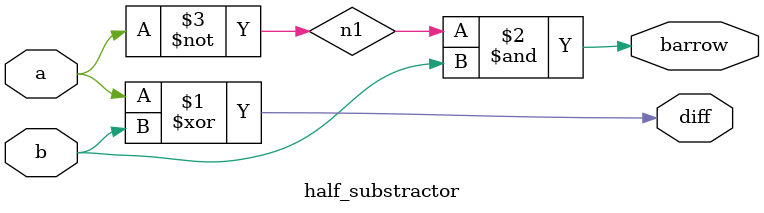
<source format=v>
module half_substractor(input a,b,output diff,barrow);
wire n1;
xor (diff,a,b);
not (n1,a);
and (barrow,n1,b);

endmodule

</source>
